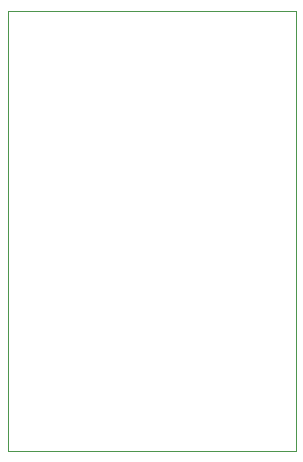
<source format=gm1>
G04 #@! TF.GenerationSoftware,KiCad,Pcbnew,5.1.5-52549c5~84~ubuntu18.04.1*
G04 #@! TF.CreationDate,2020-02-14T16:30:54+05:30*
G04 #@! TF.ProjectId,SenseEle_GPS_adapter,53656e73-6545-46c6-955f-4750535f6164,rev?*
G04 #@! TF.SameCoordinates,Original*
G04 #@! TF.FileFunction,Profile,NP*
%FSLAX46Y46*%
G04 Gerber Fmt 4.6, Leading zero omitted, Abs format (unit mm)*
G04 Created by KiCad (PCBNEW 5.1.5-52549c5~84~ubuntu18.04.1) date 2020-02-14 16:30:54*
%MOMM*%
%LPD*%
G04 APERTURE LIST*
%ADD10C,0.050000*%
G04 APERTURE END LIST*
D10*
X163400000Y-79200000D02*
X163400000Y-116400000D01*
X139000000Y-79200000D02*
X163400000Y-79200000D01*
X139000000Y-116400000D02*
X139000000Y-79200000D01*
X163400000Y-116400000D02*
X139000000Y-116400000D01*
M02*

</source>
